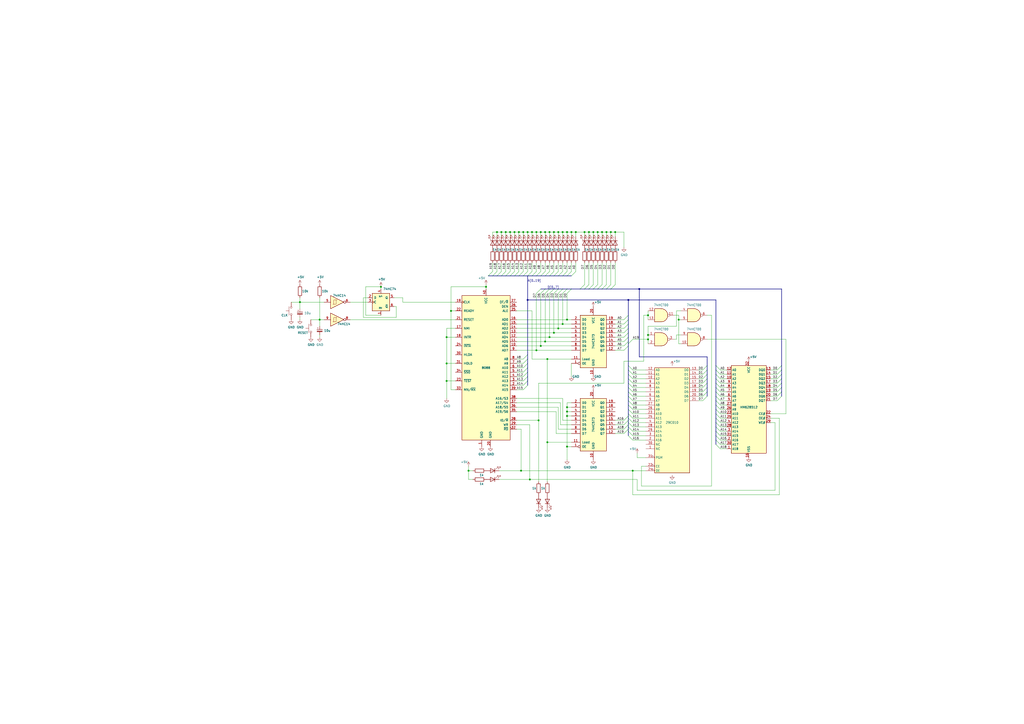
<source format=kicad_sch>
(kicad_sch (version 20211123) (generator eeschema)
  (paper "A2")
  (junction (at 261.62 180.34))
  (junction (at 334.01 134.62))
  (junction (at 344.17 134.62))
  (junction (at 298.45 134.62))
  (junction (at 321.31 193.04))
  (junction (at 326.39 187.96))
  (junction (at 259.08 210.82))
  (junction (at 328.93 241.3))
  (junction (at 393.7 185.42))
  (junction (at 346.71 134.62))
  (junction (at 288.29 134.62))
  (junction (at 375.92 182.88))
  (junction (at 349.25 134.62))
  (junction (at 328.93 134.62))
  (junction (at 326.39 134.62))
  (junction (at 306.07 134.62))
  (junction (at 375.92 196.85))
  (junction (at 328.93 238.76))
  (junction (at 341.63 134.62))
  (junction (at 364.49 173.99))
  (junction (at 311.15 134.62))
  (junction (at 259.08 220.98))
  (junction (at 300.99 134.62))
  (junction (at 312.42 243.84))
  (junction (at 317.5 256.54))
  (junction (at 259.08 195.58))
  (junction (at 303.53 134.62))
  (junction (at 290.83 134.62))
  (junction (at 308.61 134.62))
  (junction (at 323.85 190.5))
  (junction (at 281.94 166.37))
  (junction (at 311.15 203.2))
  (junction (at 302.26 273.05))
  (junction (at 321.31 134.62))
  (junction (at 367.03 273.05))
  (junction (at 351.79 134.62))
  (junction (at 306.07 173.99))
  (junction (at 316.23 198.12))
  (junction (at 318.77 134.62))
  (junction (at 328.93 236.22))
  (junction (at 295.91 134.62))
  (junction (at 318.77 195.58))
  (junction (at 316.23 134.62))
  (junction (at 328.93 185.42))
  (junction (at 185.42 185.42))
  (junction (at 317.5 208.28))
  (junction (at 293.37 134.62))
  (junction (at 271.78 273.05))
  (junction (at 375.92 194.31))
  (junction (at 331.47 134.62))
  (junction (at 313.69 200.66))
  (junction (at 328.93 259.08))
  (junction (at 356.87 134.62))
  (junction (at 313.69 134.62))
  (junction (at 370.84 167.64))
  (junction (at 220.98 166.37))
  (junction (at 354.33 134.62))
  (junction (at 173.99 175.26))
  (junction (at 339.09 134.62))
  (junction (at 307.34 278.13))
  (junction (at 323.85 134.62))
  (bus_entry (at 349.25 167.64) (size 2.54 -2.54))
  (bus_entry (at 346.71 167.64) (size 2.54 -2.54))
  (bus_entry (at 364.49 240.03) (size 2.54 2.54))
  (bus_entry (at 415.29 219.71) (size 2.54 2.54))
  (bus_entry (at 303.53 220.98) (size 2.54 -2.54))
  (bus_entry (at 339.09 167.64) (size 2.54 -2.54))
  (bus_entry (at 303.53 215.9) (size 2.54 -2.54))
  (bus_entry (at 361.95 193.04) (size 2.54 -2.54))
  (bus_entry (at 415.29 217.17) (size 2.54 2.54))
  (bus_entry (at 303.53 208.28) (size 2.54 -2.54))
  (bus_entry (at 285.75 160.02) (size 2.54 -2.54))
  (bus_entry (at 313.69 170.18) (size 2.54 -2.54))
  (bus_entry (at 331.47 160.02) (size 2.54 -2.54))
  (bus_entry (at 364.49 232.41) (size 2.54 2.54))
  (bus_entry (at 351.79 167.64) (size 2.54 -2.54))
  (bus_entry (at 407.67 217.17) (size 2.54 -2.54))
  (bus_entry (at 450.85 222.25) (size 2.54 -2.54))
  (bus_entry (at 364.49 247.65) (size 2.54 2.54))
  (bus_entry (at 415.29 227.33) (size 2.54 2.54))
  (bus_entry (at 295.91 160.02) (size 2.54 -2.54))
  (bus_entry (at 303.53 160.02) (size 2.54 -2.54))
  (bus_entry (at 407.67 222.25) (size 2.54 -2.54))
  (bus_entry (at 364.49 212.09) (size 2.54 2.54))
  (bus_entry (at 311.15 160.02) (size 2.54 -2.54))
  (bus_entry (at 336.55 167.64) (size 2.54 -2.54))
  (bus_entry (at 364.49 214.63) (size 2.54 2.54))
  (bus_entry (at 415.29 229.87) (size 2.54 2.54))
  (bus_entry (at 313.69 160.02) (size 2.54 -2.54))
  (bus_entry (at 328.93 160.02) (size 2.54 -2.54))
  (bus_entry (at 303.53 210.82) (size 2.54 -2.54))
  (bus_entry (at 407.67 229.87) (size 2.54 -2.54))
  (bus_entry (at 364.49 237.49) (size 2.54 2.54))
  (bus_entry (at 415.29 212.09) (size 2.54 2.54))
  (bus_entry (at 364.49 242.57) (size 2.54 2.54))
  (bus_entry (at 303.53 226.06) (size 2.54 -2.54))
  (bus_entry (at 415.29 240.03) (size 2.54 2.54))
  (bus_entry (at 415.29 247.65) (size 2.54 2.54))
  (bus_entry (at 415.29 222.25) (size 2.54 2.54))
  (bus_entry (at 321.31 160.02) (size 2.54 -2.54))
  (bus_entry (at 361.95 203.2) (size 2.54 -2.54))
  (bus_entry (at 361.95 243.84) (size 2.54 -2.54))
  (bus_entry (at 361.95 187.96) (size 2.54 -2.54))
  (bus_entry (at 316.23 170.18) (size 2.54 -2.54))
  (bus_entry (at 308.61 160.02) (size 2.54 -2.54))
  (bus_entry (at 293.37 160.02) (size 2.54 -2.54))
  (bus_entry (at 361.95 195.58) (size 2.54 -2.54))
  (bus_entry (at 318.77 160.02) (size 2.54 -2.54))
  (bus_entry (at 321.31 170.18) (size 2.54 -2.54))
  (bus_entry (at 303.53 223.52) (size 2.54 -2.54))
  (bus_entry (at 450.85 232.41) (size 2.54 -2.54))
  (bus_entry (at 450.85 227.33) (size 2.54 -2.54))
  (bus_entry (at 450.85 229.87) (size 2.54 -2.54))
  (bus_entry (at 450.85 219.71) (size 2.54 -2.54))
  (bus_entry (at 364.49 222.25) (size 2.54 2.54))
  (bus_entry (at 361.95 251.46) (size 2.54 -2.54))
  (bus_entry (at 288.29 160.02) (size 2.54 -2.54))
  (bus_entry (at 361.95 248.92) (size 2.54 -2.54))
  (bus_entry (at 303.53 218.44) (size 2.54 -2.54))
  (bus_entry (at 415.29 250.19) (size 2.54 2.54))
  (bus_entry (at 364.49 234.95) (size 2.54 2.54))
  (bus_entry (at 361.95 198.12) (size 2.54 -2.54))
  (bus_entry (at 290.83 160.02) (size 2.54 -2.54))
  (bus_entry (at 316.23 160.02) (size 2.54 -2.54))
  (bus_entry (at 415.29 245.11) (size 2.54 2.54))
  (bus_entry (at 283.21 160.02) (size 2.54 -2.54))
  (bus_entry (at 450.85 217.17) (size 2.54 -2.54))
  (bus_entry (at 364.49 199.39) (size 2.54 -2.54))
  (bus_entry (at 415.29 232.41) (size 2.54 2.54))
  (bus_entry (at 318.77 170.18) (size 2.54 -2.54))
  (bus_entry (at 354.33 167.64) (size 2.54 -2.54))
  (bus_entry (at 364.49 252.73) (size 2.54 2.54))
  (bus_entry (at 328.93 170.18) (size 2.54 -2.54))
  (bus_entry (at 450.85 214.63) (size 2.54 -2.54))
  (bus_entry (at 344.17 167.64) (size 2.54 -2.54))
  (bus_entry (at 364.49 219.71) (size 2.54 2.54))
  (bus_entry (at 364.49 250.19) (size 2.54 2.54))
  (bus_entry (at 407.67 224.79) (size 2.54 -2.54))
  (bus_entry (at 407.67 219.71) (size 2.54 -2.54))
  (bus_entry (at 323.85 170.18) (size 2.54 -2.54))
  (bus_entry (at 323.85 160.02) (size 2.54 -2.54))
  (bus_entry (at 341.63 167.64) (size 2.54 -2.54))
  (bus_entry (at 306.07 160.02) (size 2.54 -2.54))
  (bus_entry (at 303.53 213.36) (size 2.54 -2.54))
  (bus_entry (at 298.45 160.02) (size 2.54 -2.54))
  (bus_entry (at 326.39 160.02) (size 2.54 -2.54))
  (bus_entry (at 364.49 245.11) (size 2.54 2.54))
  (bus_entry (at 407.67 214.63) (size 2.54 -2.54))
  (bus_entry (at 407.67 232.41) (size 2.54 -2.54))
  (bus_entry (at 415.29 234.95) (size 2.54 2.54))
  (bus_entry (at 415.29 242.57) (size 2.54 2.54))
  (bus_entry (at 361.95 246.38) (size 2.54 -2.54))
  (bus_entry (at 407.67 227.33) (size 2.54 -2.54))
  (bus_entry (at 450.85 224.79) (size 2.54 -2.54))
  (bus_entry (at 415.29 214.63) (size 2.54 2.54))
  (bus_entry (at 311.15 170.18) (size 2.54 -2.54))
  (bus_entry (at 364.49 217.17) (size 2.54 2.54))
  (bus_entry (at 415.29 255.27) (size 2.54 2.54))
  (bus_entry (at 361.95 200.66) (size 2.54 -2.54))
  (bus_entry (at 364.49 224.79) (size 2.54 2.54))
  (bus_entry (at 415.29 237.49) (size 2.54 2.54))
  (bus_entry (at 300.99 160.02) (size 2.54 -2.54))
  (bus_entry (at 361.95 190.5) (size 2.54 -2.54))
  (bus_entry (at 326.39 170.18) (size 2.54 -2.54))
  (bus_entry (at 361.95 185.42) (size 2.54 -2.54))
  (bus_entry (at 415.29 252.73) (size 2.54 2.54))
  (bus_entry (at 364.49 229.87) (size 2.54 2.54))
  (bus_entry (at 415.29 257.81) (size 2.54 2.54))
  (bus_entry (at 364.49 227.33) (size 2.54 2.54))
  (bus_entry (at 415.29 224.79) (size 2.54 2.54))
  (bus (pts (xy 415.29 247.65) (xy 415.29 250.19)))
  (wire (pts (xy 367.03 214.63) (xy 374.65 214.63)))
  (wire (pts (xy 356.87 198.12) (xy 361.95 198.12)))
  (wire (pts (xy 313.69 157.48) (xy 313.69 152.4)))
  (wire (pts (xy 449.58 245.11) (xy 447.04 245.11)))
  (wire (pts (xy 405.13 217.17) (xy 407.67 217.17)))
  (wire (pts (xy 313.69 137.16) (xy 313.69 134.62)))
  (bus (pts (xy 364.49 193.04) (xy 364.49 195.58)))
  (wire (pts (xy 328.93 170.18) (xy 328.93 185.42)))
  (wire (pts (xy 323.85 134.62) (xy 326.39 134.62)))
  (bus (pts (xy 326.39 167.64) (xy 328.93 167.64)))
  (bus (pts (xy 410.21 212.09) (xy 410.21 214.63)))
  (wire (pts (xy 392.43 194.31) (xy 392.43 196.85)))
  (wire (pts (xy 318.77 152.4) (xy 318.77 157.48)))
  (wire (pts (xy 367.03 196.85) (xy 375.92 196.85)))
  (wire (pts (xy 367.03 234.95) (xy 374.65 234.95)))
  (wire (pts (xy 326.39 187.96) (xy 331.47 187.96)))
  (wire (pts (xy 299.72 246.38) (xy 307.34 246.38)))
  (wire (pts (xy 264.16 220.98) (xy 259.08 220.98)))
  (wire (pts (xy 331.47 198.12) (xy 316.23 198.12)))
  (wire (pts (xy 288.29 134.62) (xy 290.83 134.62)))
  (bus (pts (xy 306.07 173.99) (xy 306.07 205.74)))
  (wire (pts (xy 311.15 137.16) (xy 311.15 134.62)))
  (bus (pts (xy 364.49 243.84) (xy 364.49 245.11)))
  (bus (pts (xy 285.75 160.02) (xy 288.29 160.02)))
  (wire (pts (xy 447.04 229.87) (xy 450.85 229.87)))
  (bus (pts (xy 288.29 160.02) (xy 290.83 160.02)))
  (wire (pts (xy 185.42 194.31) (xy 185.42 195.58)))
  (wire (pts (xy 317.5 208.28) (xy 331.47 208.28)))
  (wire (pts (xy 369.57 284.48) (xy 449.58 284.48)))
  (bus (pts (xy 313.69 160.02) (xy 316.23 160.02)))
  (wire (pts (xy 405.13 232.41) (xy 407.67 232.41)))
  (wire (pts (xy 455.93 196.85) (xy 455.93 240.03)))
  (wire (pts (xy 233.68 172.72) (xy 228.6 172.72)))
  (bus (pts (xy 453.39 222.25) (xy 453.39 224.79)))
  (wire (pts (xy 361.95 190.5) (xy 356.87 190.5)))
  (wire (pts (xy 187.96 175.26) (xy 173.99 175.26)))
  (wire (pts (xy 394.97 185.42) (xy 393.7 185.42)))
  (wire (pts (xy 317.5 256.54) (xy 331.47 256.54)))
  (wire (pts (xy 281.94 166.37) (xy 281.94 167.64)))
  (wire (pts (xy 375.92 180.34) (xy 375.92 182.88)))
  (wire (pts (xy 361.95 222.25) (xy 361.95 209.55)))
  (bus (pts (xy 313.69 167.64) (xy 316.23 167.64)))
  (wire (pts (xy 323.85 137.16) (xy 323.85 134.62)))
  (bus (pts (xy 283.21 160.02) (xy 285.75 160.02)))
  (wire (pts (xy 203.2 175.26) (xy 213.36 175.26)))
  (bus (pts (xy 364.49 190.5) (xy 364.49 193.04)))
  (wire (pts (xy 393.7 199.39) (xy 394.97 199.39)))
  (wire (pts (xy 317.5 256.54) (xy 317.5 279.4)))
  (wire (pts (xy 367.03 224.79) (xy 374.65 224.79)))
  (bus (pts (xy 415.29 173.99) (xy 415.29 212.09)))
  (wire (pts (xy 173.99 184.15) (xy 173.99 185.42)))
  (wire (pts (xy 321.31 193.04) (xy 331.47 193.04)))
  (wire (pts (xy 331.47 233.68) (xy 328.93 233.68)))
  (wire (pts (xy 316.23 157.48) (xy 316.23 152.4)))
  (bus (pts (xy 298.45 160.02) (xy 300.99 160.02)))
  (wire (pts (xy 354.33 134.62) (xy 356.87 134.62)))
  (wire (pts (xy 323.85 236.22) (xy 323.85 248.92)))
  (wire (pts (xy 356.87 187.96) (xy 361.95 187.96)))
  (bus (pts (xy 415.29 240.03) (xy 415.29 242.57)))
  (wire (pts (xy 210.82 184.15) (xy 229.87 184.15)))
  (wire (pts (xy 316.23 198.12) (xy 299.72 198.12)))
  (bus (pts (xy 364.49 217.17) (xy 364.49 219.71)))
  (bus (pts (xy 410.21 219.71) (xy 410.21 222.25)))
  (wire (pts (xy 285.75 157.48) (xy 285.75 152.4)))
  (wire (pts (xy 318.77 137.16) (xy 318.77 134.62)))
  (bus (pts (xy 344.17 167.64) (xy 346.71 167.64)))
  (bus (pts (xy 364.49 224.79) (xy 364.49 227.33)))
  (wire (pts (xy 303.53 210.82) (xy 299.72 210.82)))
  (wire (pts (xy 361.95 185.42) (xy 356.87 185.42)))
  (bus (pts (xy 415.29 234.95) (xy 415.29 237.49)))
  (wire (pts (xy 212.09 166.37) (xy 220.98 166.37)))
  (wire (pts (xy 328.93 238.76) (xy 331.47 238.76)))
  (wire (pts (xy 299.72 248.92) (xy 302.26 248.92)))
  (bus (pts (xy 316.23 160.02) (xy 318.77 160.02)))
  (wire (pts (xy 375.92 182.88) (xy 375.92 185.42)))
  (bus (pts (xy 415.29 252.73) (xy 415.29 255.27)))
  (bus (pts (xy 415.29 245.11) (xy 415.29 247.65)))
  (wire (pts (xy 339.09 134.62) (xy 334.01 134.62)))
  (bus (pts (xy 303.53 160.02) (xy 306.07 160.02)))
  (bus (pts (xy 328.93 167.64) (xy 331.47 167.64)))
  (bus (pts (xy 410.21 217.17) (xy 410.21 219.71)))
  (wire (pts (xy 356.87 165.1) (xy 356.87 152.4)))
  (wire (pts (xy 417.83 257.81) (xy 421.64 257.81)))
  (bus (pts (xy 364.49 195.58) (xy 364.49 198.12)))
  (wire (pts (xy 173.99 175.26) (xy 173.99 179.07)))
  (bus (pts (xy 364.49 173.99) (xy 415.29 173.99)))
  (wire (pts (xy 361.95 209.55) (xy 373.38 209.55)))
  (wire (pts (xy 339.09 134.62) (xy 341.63 134.62)))
  (bus (pts (xy 326.39 160.02) (xy 328.93 160.02)))
  (wire (pts (xy 341.63 152.4) (xy 341.63 165.1)))
  (bus (pts (xy 306.07 173.99) (xy 364.49 173.99)))
  (wire (pts (xy 331.47 185.42) (xy 328.93 185.42)))
  (wire (pts (xy 367.03 273.05) (xy 374.65 273.05)))
  (wire (pts (xy 417.83 245.11) (xy 421.64 245.11)))
  (wire (pts (xy 285.75 134.62) (xy 288.29 134.62)))
  (wire (pts (xy 308.61 180.34) (xy 308.61 208.28)))
  (wire (pts (xy 187.96 185.42) (xy 185.42 185.42)))
  (bus (pts (xy 364.49 250.19) (xy 364.49 252.73)))
  (wire (pts (xy 344.17 137.16) (xy 344.17 134.62)))
  (wire (pts (xy 367.03 252.73) (xy 374.65 252.73)))
  (wire (pts (xy 288.29 152.4) (xy 288.29 157.48)))
  (wire (pts (xy 356.87 203.2) (xy 361.95 203.2)))
  (wire (pts (xy 356.87 193.04) (xy 361.95 193.04)))
  (bus (pts (xy 336.55 167.64) (xy 339.09 167.64)))
  (wire (pts (xy 449.58 284.48) (xy 449.58 245.11)))
  (wire (pts (xy 307.34 278.13) (xy 369.57 278.13)))
  (wire (pts (xy 417.83 242.57) (xy 421.64 242.57)))
  (bus (pts (xy 290.83 160.02) (xy 293.37 160.02)))
  (bus (pts (xy 306.07 205.74) (xy 306.07 208.28)))
  (wire (pts (xy 412.75 281.94) (xy 412.75 182.88)))
  (wire (pts (xy 392.43 180.34) (xy 392.43 189.23)))
  (bus (pts (xy 364.49 241.3) (xy 364.49 242.57)))
  (bus (pts (xy 415.29 237.49) (xy 415.29 240.03)))
  (bus (pts (xy 339.09 167.64) (xy 341.63 167.64)))
  (wire (pts (xy 351.79 152.4) (xy 351.79 165.1)))
  (wire (pts (xy 393.7 185.42) (xy 393.7 182.88)))
  (wire (pts (xy 326.39 170.18) (xy 326.39 187.96)))
  (wire (pts (xy 349.25 152.4) (xy 349.25 165.1)))
  (wire (pts (xy 367.03 219.71) (xy 374.65 219.71)))
  (wire (pts (xy 321.31 134.62) (xy 323.85 134.62)))
  (wire (pts (xy 303.53 157.48) (xy 303.53 152.4)))
  (wire (pts (xy 328.93 236.22) (xy 331.47 236.22)))
  (bus (pts (xy 364.49 234.95) (xy 364.49 237.49)))
  (wire (pts (xy 417.83 217.17) (xy 421.64 217.17)))
  (wire (pts (xy 447.04 222.25) (xy 450.85 222.25)))
  (bus (pts (xy 306.07 215.9) (xy 306.07 218.44)))
  (bus (pts (xy 293.37 160.02) (xy 295.91 160.02)))
  (wire (pts (xy 281.94 165.1) (xy 281.94 166.37)))
  (wire (pts (xy 326.39 231.14) (xy 326.39 243.84)))
  (wire (pts (xy 299.72 203.2) (xy 311.15 203.2)))
  (bus (pts (xy 311.15 160.02) (xy 313.69 160.02)))
  (wire (pts (xy 318.77 170.18) (xy 318.77 195.58)))
  (wire (pts (xy 410.21 196.85) (xy 455.93 196.85)))
  (bus (pts (xy 351.79 167.64) (xy 354.33 167.64)))
  (bus (pts (xy 321.31 167.64) (xy 323.85 167.64)))
  (wire (pts (xy 261.62 226.06) (xy 261.62 180.34)))
  (bus (pts (xy 415.29 229.87) (xy 415.29 232.41)))
  (bus (pts (xy 364.49 200.66) (xy 364.49 212.09)))
  (bus (pts (xy 370.84 167.64) (xy 370.84 207.01)))
  (wire (pts (xy 322.58 251.46) (xy 331.47 251.46)))
  (wire (pts (xy 405.13 222.25) (xy 407.67 222.25)))
  (wire (pts (xy 447.04 219.71) (xy 450.85 219.71)))
  (wire (pts (xy 312.42 243.84) (xy 312.42 222.25)))
  (wire (pts (xy 289.56 273.05) (xy 302.26 273.05)))
  (wire (pts (xy 452.12 242.57) (xy 452.12 287.02)))
  (wire (pts (xy 447.04 242.57) (xy 452.12 242.57)))
  (wire (pts (xy 220.98 182.88) (xy 212.09 182.88)))
  (wire (pts (xy 369.57 262.89) (xy 369.57 265.43)))
  (wire (pts (xy 185.42 172.72) (xy 185.42 185.42)))
  (wire (pts (xy 351.79 137.16) (xy 351.79 134.62)))
  (wire (pts (xy 212.09 182.88) (xy 212.09 166.37)))
  (wire (pts (xy 293.37 134.62) (xy 295.91 134.62)))
  (bus (pts (xy 415.29 212.09) (xy 415.29 214.63)))
  (bus (pts (xy 410.21 227.33) (xy 410.21 229.87)))
  (wire (pts (xy 299.72 218.44) (xy 303.53 218.44)))
  (wire (pts (xy 261.62 166.37) (xy 261.62 180.34)))
  (wire (pts (xy 356.87 248.92) (xy 361.95 248.92)))
  (bus (pts (xy 453.39 212.09) (xy 453.39 214.63)))
  (bus (pts (xy 410.21 224.79) (xy 410.21 227.33)))
  (wire (pts (xy 417.83 222.25) (xy 421.64 222.25)))
  (wire (pts (xy 373.38 209.55) (xy 373.38 182.88)))
  (bus (pts (xy 453.39 167.64) (xy 370.84 167.64)))
  (bus (pts (xy 415.29 224.79) (xy 415.29 227.33)))
  (bus (pts (xy 323.85 160.02) (xy 326.39 160.02)))
  (bus (pts (xy 331.47 167.64) (xy 336.55 167.64)))
  (wire (pts (xy 372.11 281.94) (xy 412.75 281.94)))
  (wire (pts (xy 334.01 157.48) (xy 334.01 152.4)))
  (wire (pts (xy 334.01 137.16) (xy 334.01 134.62)))
  (wire (pts (xy 299.72 200.66) (xy 313.69 200.66)))
  (bus (pts (xy 364.49 182.88) (xy 364.49 185.42)))
  (wire (pts (xy 220.98 166.37) (xy 220.98 167.64)))
  (wire (pts (xy 271.78 273.05) (xy 274.32 273.05)))
  (wire (pts (xy 293.37 137.16) (xy 293.37 134.62)))
  (wire (pts (xy 328.93 241.3) (xy 328.93 259.08)))
  (wire (pts (xy 264.16 175.26) (xy 233.68 175.26)))
  (wire (pts (xy 367.03 237.49) (xy 374.65 237.49)))
  (wire (pts (xy 328.93 238.76) (xy 328.93 241.3)))
  (wire (pts (xy 349.25 137.16) (xy 349.25 134.62)))
  (wire (pts (xy 361.95 200.66) (xy 356.87 200.66)))
  (wire (pts (xy 295.91 137.16) (xy 295.91 134.62)))
  (wire (pts (xy 303.53 215.9) (xy 299.72 215.9)))
  (wire (pts (xy 349.25 134.62) (xy 351.79 134.62)))
  (wire (pts (xy 417.83 252.73) (xy 421.64 252.73)))
  (wire (pts (xy 312.42 243.84) (xy 312.42 279.4)))
  (wire (pts (xy 316.23 170.18) (xy 316.23 198.12)))
  (wire (pts (xy 326.39 243.84) (xy 331.47 243.84)))
  (wire (pts (xy 325.12 246.38) (xy 331.47 246.38)))
  (bus (pts (xy 364.49 246.38) (xy 364.49 247.65)))
  (bus (pts (xy 415.29 214.63) (xy 415.29 217.17)))
  (wire (pts (xy 259.08 195.58) (xy 259.08 210.82)))
  (bus (pts (xy 453.39 217.17) (xy 453.39 219.71)))
  (wire (pts (xy 447.04 224.79) (xy 450.85 224.79)))
  (bus (pts (xy 453.39 212.09) (xy 453.39 167.64)))
  (wire (pts (xy 326.39 137.16) (xy 326.39 134.62)))
  (wire (pts (xy 417.83 229.87) (xy 421.64 229.87)))
  (bus (pts (xy 364.49 248.92) (xy 364.49 250.19)))
  (wire (pts (xy 295.91 134.62) (xy 298.45 134.62)))
  (wire (pts (xy 331.47 210.82) (xy 331.47 218.44)))
  (wire (pts (xy 300.99 137.16) (xy 300.99 134.62)))
  (wire (pts (xy 312.42 222.25) (xy 361.95 222.25)))
  (wire (pts (xy 210.82 172.72) (xy 210.82 184.15)))
  (bus (pts (xy 306.07 218.44) (xy 306.07 220.98)))
  (wire (pts (xy 393.7 185.42) (xy 393.7 199.39)))
  (wire (pts (xy 313.69 134.62) (xy 316.23 134.62)))
  (wire (pts (xy 447.04 232.41) (xy 450.85 232.41)))
  (wire (pts (xy 392.43 196.85) (xy 391.16 196.85)))
  (wire (pts (xy 295.91 157.48) (xy 295.91 152.4)))
  (wire (pts (xy 173.99 172.72) (xy 173.99 175.26)))
  (wire (pts (xy 299.72 223.52) (xy 303.53 223.52)))
  (bus (pts (xy 306.07 210.82) (xy 306.07 213.36)))
  (wire (pts (xy 447.04 217.17) (xy 450.85 217.17)))
  (wire (pts (xy 323.85 248.92) (xy 331.47 248.92)))
  (wire (pts (xy 173.99 175.26) (xy 168.91 175.26)))
  (wire (pts (xy 367.03 240.03) (xy 374.65 240.03)))
  (wire (pts (xy 308.61 157.48) (xy 308.61 152.4)))
  (wire (pts (xy 302.26 248.92) (xy 302.26 273.05)))
  (wire (pts (xy 323.85 157.48) (xy 323.85 152.4)))
  (wire (pts (xy 316.23 134.62) (xy 318.77 134.62)))
  (wire (pts (xy 210.82 172.72) (xy 213.36 172.72)))
  (wire (pts (xy 412.75 182.88) (xy 410.21 182.88)))
  (wire (pts (xy 322.58 238.76) (xy 322.58 251.46)))
  (wire (pts (xy 293.37 157.48) (xy 293.37 152.4)))
  (wire (pts (xy 417.83 237.49) (xy 421.64 237.49)))
  (wire (pts (xy 354.33 137.16) (xy 354.33 134.62)))
  (wire (pts (xy 313.69 200.66) (xy 331.47 200.66)))
  (wire (pts (xy 299.72 195.58) (xy 318.77 195.58)))
  (wire (pts (xy 290.83 134.62) (xy 293.37 134.62)))
  (wire (pts (xy 375.92 189.23) (xy 375.92 194.31)))
  (wire (pts (xy 299.72 187.96) (xy 326.39 187.96)))
  (wire (pts (xy 290.83 152.4) (xy 290.83 157.48)))
  (wire (pts (xy 394.97 194.31) (xy 392.43 194.31)))
  (wire (pts (xy 308.61 134.62) (xy 311.15 134.62)))
  (wire (pts (xy 328.93 137.16) (xy 328.93 134.62)))
  (wire (pts (xy 259.08 220.98) (xy 259.08 231.14)))
  (bus (pts (xy 453.39 219.71) (xy 453.39 222.25)))
  (bus (pts (xy 300.99 160.02) (xy 303.53 160.02)))
  (wire (pts (xy 354.33 152.4) (xy 354.33 165.1)))
  (wire (pts (xy 288.29 137.16) (xy 288.29 134.62)))
  (wire (pts (xy 447.04 227.33) (xy 450.85 227.33)))
  (wire (pts (xy 417.83 234.95) (xy 421.64 234.95)))
  (bus (pts (xy 453.39 227.33) (xy 453.39 229.87)))
  (bus (pts (xy 306.07 160.02) (xy 306.07 173.99)))
  (wire (pts (xy 367.03 255.27) (xy 374.65 255.27)))
  (wire (pts (xy 185.42 185.42) (xy 185.42 189.23)))
  (wire (pts (xy 300.99 134.62) (xy 303.53 134.62)))
  (wire (pts (xy 229.87 177.8) (xy 228.6 177.8)))
  (wire (pts (xy 367.03 287.02) (xy 452.12 287.02)))
  (wire (pts (xy 328.93 157.48) (xy 328.93 152.4)))
  (wire (pts (xy 367.03 229.87) (xy 374.65 229.87)))
  (wire (pts (xy 417.83 227.33) (xy 421.64 227.33)))
  (bus (pts (xy 308.61 160.02) (xy 311.15 160.02)))
  (wire (pts (xy 299.72 236.22) (xy 323.85 236.22)))
  (wire (pts (xy 311.15 152.4) (xy 311.15 157.48)))
  (wire (pts (xy 369.57 278.13) (xy 369.57 284.48)))
  (wire (pts (xy 367.03 250.19) (xy 374.65 250.19)))
  (wire (pts (xy 303.53 226.06) (xy 299.72 226.06)))
  (bus (pts (xy 321.31 160.02) (xy 323.85 160.02)))
  (wire (pts (xy 264.16 226.06) (xy 261.62 226.06)))
  (wire (pts (xy 299.72 208.28) (xy 303.53 208.28)))
  (wire (pts (xy 321.31 152.4) (xy 321.31 157.48)))
  (wire (pts (xy 311.15 203.2) (xy 331.47 203.2)))
  (wire (pts (xy 339.09 134.62) (xy 339.09 137.16)))
  (wire (pts (xy 367.03 232.41) (xy 374.65 232.41)))
  (wire (pts (xy 316.23 137.16) (xy 316.23 134.62)))
  (wire (pts (xy 405.13 214.63) (xy 407.67 214.63)))
  (bus (pts (xy 306.07 220.98) (xy 306.07 223.52)))
  (wire (pts (xy 328.93 236.22) (xy 328.93 238.76)))
  (bus (pts (xy 370.84 207.01) (xy 410.21 207.01)))
  (wire (pts (xy 328.93 259.08) (xy 328.93 266.7)))
  (wire (pts (xy 405.13 227.33) (xy 407.67 227.33)))
  (bus (pts (xy 410.21 207.01) (xy 410.21 212.09)))
  (bus (pts (xy 349.25 167.64) (xy 351.79 167.64)))
  (bus (pts (xy 410.21 214.63) (xy 410.21 217.17)))
  (bus (pts (xy 364.49 240.03) (xy 364.49 241.3)))
  (wire (pts (xy 328.93 241.3) (xy 331.47 241.3)))
  (bus (pts (xy 415.29 255.27) (xy 415.29 257.81)))
  (wire (pts (xy 264.16 210.82) (xy 259.08 210.82)))
  (bus (pts (xy 316.23 167.64) (xy 318.77 167.64)))
  (bus (pts (xy 364.49 242.57) (xy 364.49 243.84)))
  (wire (pts (xy 328.93 233.68) (xy 328.93 236.22)))
  (wire (pts (xy 317.5 208.28) (xy 317.5 256.54)))
  (wire (pts (xy 417.83 224.79) (xy 421.64 224.79)))
  (wire (pts (xy 331.47 259.08) (xy 328.93 259.08)))
  (wire (pts (xy 264.16 195.58) (xy 259.08 195.58)))
  (wire (pts (xy 299.72 233.68) (xy 325.12 233.68)))
  (wire (pts (xy 321.31 137.16) (xy 321.31 134.62)))
  (wire (pts (xy 417.83 260.35) (xy 421.64 260.35)))
  (wire (pts (xy 369.57 265.43) (xy 374.65 265.43)))
  (bus (pts (xy 318.77 160.02) (xy 321.31 160.02)))
  (wire (pts (xy 328.93 185.42) (xy 299.72 185.42)))
  (bus (pts (xy 323.85 167.64) (xy 326.39 167.64)))
  (wire (pts (xy 367.03 222.25) (xy 374.65 222.25)))
  (bus (pts (xy 364.49 173.99) (xy 364.49 182.88)))
  (bus (pts (xy 364.49 227.33) (xy 364.49 229.87)))
  (wire (pts (xy 417.83 232.41) (xy 421.64 232.41)))
  (bus (pts (xy 364.49 198.12) (xy 364.49 199.39)))
  (wire (pts (xy 203.2 185.42) (xy 264.16 185.42)))
  (bus (pts (xy 364.49 245.11) (xy 364.49 246.38)))
  (wire (pts (xy 341.63 137.16) (xy 341.63 134.62)))
  (wire (pts (xy 367.03 217.17) (xy 374.65 217.17)))
  (wire (pts (xy 356.87 243.84) (xy 361.95 243.84)))
  (bus (pts (xy 364.49 247.65) (xy 364.49 248.92)))
  (wire (pts (xy 299.72 213.36) (xy 303.53 213.36)))
  (bus (pts (xy 364.49 214.63) (xy 364.49 217.17)))
  (wire (pts (xy 344.17 152.4) (xy 344.17 165.1)))
  (bus (pts (xy 364.49 187.96) (xy 364.49 190.5)))
  (bus (pts (xy 364.49 237.49) (xy 364.49 240.03)))
  (wire (pts (xy 328.93 134.62) (xy 331.47 134.62)))
  (wire (pts (xy 417.83 240.03) (xy 421.64 240.03)))
  (bus (pts (xy 415.29 219.71) (xy 415.29 222.25)))
  (wire (pts (xy 308.61 208.28) (xy 317.5 208.28)))
  (wire (pts (xy 351.79 134.62) (xy 354.33 134.62)))
  (wire (pts (xy 261.62 180.34) (xy 264.16 180.34)))
  (wire (pts (xy 417.83 250.19) (xy 421.64 250.19)))
  (wire (pts (xy 229.87 184.15) (xy 229.87 177.8)))
  (wire (pts (xy 367.03 245.11) (xy 374.65 245.11)))
  (wire (pts (xy 405.13 224.79) (xy 407.67 224.79)))
  (wire (pts (xy 331.47 134.62) (xy 334.01 134.62)))
  (wire (pts (xy 307.34 246.38) (xy 307.34 278.13)))
  (bus (pts (xy 364.49 219.71) (xy 364.49 222.25)))
  (wire (pts (xy 344.17 134.62) (xy 346.71 134.62)))
  (bus (pts (xy 306.07 208.28) (xy 306.07 210.82)))
  (bus (pts (xy 306.07 160.02) (xy 308.61 160.02)))
  (wire (pts (xy 271.78 273.05) (xy 271.78 278.13)))
  (wire (pts (xy 318.77 195.58) (xy 331.47 195.58)))
  (bus (pts (xy 364.49 222.25) (xy 364.49 224.79)))
  (wire (pts (xy 447.04 214.63) (xy 450.85 214.63)))
  (wire (pts (xy 346.71 134.62) (xy 349.25 134.62)))
  (wire (pts (xy 356.87 137.16) (xy 356.87 134.62)))
  (wire (pts (xy 375.92 194.31) (xy 375.92 196.85)))
  (bus (pts (xy 415.29 217.17) (xy 415.29 219.71)))
  (wire (pts (xy 306.07 152.4) (xy 306.07 157.48)))
  (wire (pts (xy 308.61 137.16) (xy 308.61 134.62)))
  (bus (pts (xy 415.29 250.19) (xy 415.29 252.73)))
  (wire (pts (xy 367.03 273.05) (xy 367.03 287.02)))
  (wire (pts (xy 303.53 137.16) (xy 303.53 134.62)))
  (wire (pts (xy 331.47 152.4) (xy 331.47 157.48)))
  (wire (pts (xy 455.93 240.03) (xy 447.04 240.03)))
  (wire (pts (xy 325.12 233.68) (xy 325.12 246.38)))
  (wire (pts (xy 321.31 170.18) (xy 321.31 193.04)))
  (wire (pts (xy 393.7 182.88) (xy 391.16 182.88)))
  (bus (pts (xy 415.29 222.25) (xy 415.29 224.79)))
  (bus (pts (xy 364.49 232.41) (xy 364.49 234.95)))
  (wire (pts (xy 374.65 270.51) (xy 372.11 270.51)))
  (wire (pts (xy 318.77 134.62) (xy 321.31 134.62)))
  (wire (pts (xy 373.38 182.88) (xy 375.92 182.88)))
  (bus (pts (xy 415.29 227.33) (xy 415.29 229.87)))
  (wire (pts (xy 299.72 180.34) (xy 308.61 180.34)))
  (wire (pts (xy 264.16 190.5) (xy 259.08 190.5)))
  (wire (pts (xy 299.72 238.76) (xy 322.58 238.76)))
  (bus (pts (xy 354.33 167.64) (xy 370.84 167.64)))
  (wire (pts (xy 271.78 278.13) (xy 274.32 278.13)))
  (bus (pts (xy 364.49 212.09) (xy 364.49 214.63)))
  (bus (pts (xy 453.39 214.63) (xy 453.39 217.17)))
  (wire (pts (xy 405.13 229.87) (xy 407.67 229.87)))
  (wire (pts (xy 417.83 214.63) (xy 421.64 214.63)))
  (wire (pts (xy 285.75 137.16) (xy 285.75 134.62)))
  (wire (pts (xy 323.85 170.18) (xy 323.85 190.5)))
  (bus (pts (xy 364.49 199.39) (xy 364.49 200.66)))
  (bus (pts (xy 453.39 224.79) (xy 453.39 227.33)))
  (wire (pts (xy 311.15 170.18) (xy 311.15 203.2)))
  (wire (pts (xy 306.07 137.16) (xy 306.07 134.62)))
  (wire (pts (xy 306.07 134.62) (xy 308.61 134.62)))
  (wire (pts (xy 367.03 227.33) (xy 374.65 227.33)))
  (wire (pts (xy 417.83 219.71) (xy 421.64 219.71)))
  (wire (pts (xy 185.42 185.42) (xy 180.34 185.42)))
  (wire (pts (xy 326.39 134.62) (xy 328.93 134.62)))
  (wire (pts (xy 233.68 175.26) (xy 233.68 172.72)))
  (wire (pts (xy 289.56 278.13) (xy 307.34 278.13)))
  (wire (pts (xy 259.08 190.5) (xy 259.08 195.58)))
  (bus (pts (xy 306.07 213.36) (xy 306.07 215.9)))
  (wire (pts (xy 341.63 134.62) (xy 344.17 134.62)))
  (wire (pts (xy 299.72 231.14) (xy 326.39 231.14)))
  (wire (pts (xy 361.95 251.46) (xy 356.87 251.46)))
  (wire (pts (xy 298.45 137.16) (xy 298.45 134.62)))
  (wire (pts (xy 311.15 134.62) (xy 313.69 134.62)))
  (wire (pts (xy 323.85 190.5) (xy 299.72 190.5)))
  (wire (pts (xy 302.26 273.05) (xy 367.03 273.05)))
  (wire (pts (xy 271.78 270.51) (xy 271.78 273.05)))
  (wire (pts (xy 375.92 196.85) (xy 375.92 199.39)))
  (wire (pts (xy 299.72 243.84) (xy 312.42 243.84)))
  (wire (pts (xy 394.97 180.34) (xy 392.43 180.34)))
  (wire (pts (xy 300.99 152.4) (xy 300.99 157.48)))
  (wire (pts (xy 346.71 137.16) (xy 346.71 134.62)))
  (wire (pts (xy 326.39 152.4) (xy 326.39 157.48)))
  (bus (pts (xy 364.49 229.87) (xy 364.49 232.41)))
  (wire (pts (xy 281.94 166.37) (xy 261.62 166.37)))
  (wire (pts (xy 303.53 220.98) (xy 299.72 220.98)))
  (wire (pts (xy 405.13 219.71) (xy 407.67 219.71)))
  (bus (pts (xy 364.49 185.42) (xy 364.49 187.96)))
  (wire (pts (xy 339.09 152.4) (xy 339.09 165.1)))
  (wire (pts (xy 367.03 242.57) (xy 374.65 242.57)))
  (wire (pts (xy 331.47 190.5) (xy 323.85 190.5)))
  (wire (pts (xy 298.45 152.4) (xy 298.45 157.48)))
  (bus (pts (xy 346.71 167.64) (xy 349.25 167.64)))
  (wire (pts (xy 367.03 247.65) (xy 374.65 247.65)))
  (wire (pts (xy 298.45 134.62) (xy 300.99 134.62)))
  (wire (pts (xy 259.08 210.82) (xy 259.08 220.98)))
  (wire (pts (xy 303.53 134.62) (xy 306.07 134.62)))
  (wire (pts (xy 372.11 270.51) (xy 372.11 281.94)))
  (bus (pts (xy 410.21 222.25) (xy 410.21 224.79)))
  (bus (pts (xy 415.29 242.57) (xy 415.29 245.11)))
  (wire (pts (xy 290.83 137.16) (xy 290.83 134.62)))
  (wire (pts (xy 346.71 152.4) (xy 346.71 165.1)))
  (wire (pts (xy 299.72 193.04) (xy 321.31 193.04)))
  (bus (pts (xy 415.29 232.41) (xy 415.29 234.95)))
  (bus (pts (xy 318.77 167.64) (xy 321.31 167.64)))
  (wire (pts (xy 361.95 134.62) (xy 361.95 143.51)))
  (wire (pts (xy 361.95 246.38) (xy 356.87 246.38)))
  (wire (pts (xy 417.83 247.65) (xy 421.64 247.65)))
  (wire (pts (xy 356.87 134.62) (xy 361.95 134.62)))
  (bus (pts (xy 328.93 160.02) (xy 331.47 160.02)))
  (wire (pts (xy 392.43 189.23) (xy 375.92 189.23)))
  (wire (pts (xy 361.95 195.58) (xy 356.87 195.58)))
  (bus (pts (xy 341.63 167.64) (xy 344.17 167.64)))
  (wire (pts (xy 331.47 137.16) (xy 331.47 134.62)))
  (wire (pts (xy 313.69 170.18) (xy 313.69 200.66)))
  (bus (pts (xy 295.91 160.02) (xy 298.45 160.02)))
  (wire (pts (xy 417.83 255.27) (xy 421.64 255.27)))
  (label "D7" (at 311.15 172.72 90))
  (label "D2" (at 405.13 219.71 0))
  (label "A10" (at 308.61 156.21 90))
  (label "D5" (at 344.17 156.21 90))
  (label "A7" (at 367.03 232.41 0))
  (label "D6" (at 313.69 172.72 90))
  (label "D0" (at 405.13 214.63 0))
  (label "D6" (at 405.13 229.87 0))
  (label "A2" (at 328.93 156.21 90))
  (label "D4" (at 448.31 224.79 0))
  (label "A7" (at 316.23 156.21 90))
  (label "A15" (at 367.03 252.73 0))
  (label "A2" (at 358.14 190.5 0))
  (label "D[0..7]" (at 317.5 167.64 0))
  (label "A16" (at 367.03 255.27 0))
  (label "A12" (at 417.83 245.11 0))
  (label "A15" (at 299.72 226.06 0))
  (label "A18" (at 417.83 260.35 0))
  (label "A9" (at 299.72 210.82 0))
  (label "D5" (at 448.31 227.33 0))
  (label "A5" (at 358.14 198.12 0))
  (label "A3" (at 326.39 156.21 90))
  (label "D3" (at 349.25 156.21 90))
  (label "A10" (at 299.72 213.36 0))
  (label "D1" (at 326.39 172.72 90))
  (label "D3" (at 321.31 172.72 90))
  (label "A8" (at 313.69 156.21 90))
  (label "A9" (at 417.83 237.49 0))
  (label "A1" (at 367.03 217.17 0))
  (label "A12" (at 299.72 218.44 0))
  (label "A0" (at 334.01 156.21 90))
  (label "A14" (at 298.45 156.21 90))
  (label "A8" (at 299.72 208.28 0))
  (label "A17" (at 417.83 257.81 0))
  (label "A8" (at 417.83 234.95 0))
  (label "A5" (at 417.83 227.33 0))
  (label "A11" (at 417.83 242.57 0))
  (label "A5" (at 321.31 156.21 90))
  (label "D6" (at 448.31 229.87 0))
  (label "A11" (at 367.03 242.57 0))
  (label "A2" (at 367.03 219.71 0))
  (label "A13" (at 299.72 220.98 0))
  (label "A16" (at 358.14 243.84 0))
  (label "A0" (at 367.03 214.63 0))
  (label "A14" (at 299.72 223.52 0))
  (label "A3" (at 358.14 193.04 0))
  (label "A4" (at 367.03 224.79 0))
  (label "A9" (at 311.15 156.21 90))
  (label "A14" (at 417.83 250.19 0))
  (label "A6" (at 367.03 229.87 0))
  (label "D7" (at 339.09 156.21 90))
  (label "A13" (at 300.99 156.21 90))
  (label "A1" (at 358.14 187.96 0))
  (label "A16" (at 417.83 255.27 0))
  (label "A11" (at 306.07 156.21 90))
  (label "D1" (at 354.33 156.21 90))
  (label "D3" (at 405.13 222.25 0))
  (label "D4" (at 346.71 156.21 90))
  (label "A7" (at 417.83 232.41 0))
  (label "D4" (at 318.77 172.72 90))
  (label "A15" (at 295.91 156.21 90))
  (label "D1" (at 405.13 217.17 0))
  (label "A12" (at 367.03 245.11 0))
  (label "A3" (at 417.83 222.25 0))
  (label "A12" (at 303.53 156.21 90))
  (label "A0" (at 358.14 185.42 0))
  (label "A9" (at 367.03 237.49 0))
  (label "A19" (at 285.75 156.21 90))
  (label "A10" (at 417.83 240.03 0))
  (label "A4" (at 323.85 156.21 90))
  (label "A6" (at 358.14 200.66 0))
  (label "A13" (at 417.83 247.65 0))
  (label "D7" (at 448.31 232.41 0))
  (label "A15" (at 417.83 252.73 0))
  (label "A2" (at 417.83 219.71 0))
  (label "D6" (at 341.63 156.21 90))
  (label "A10" (at 367.03 240.03 0))
  (label "A16" (at 293.37 156.21 90))
  (label "A17" (at 290.83 156.21 90))
  (label "A19" (at 367.03 196.85 0))
  (label "D2" (at 351.79 156.21 90))
  (label "A19" (at 358.14 251.46 0))
  (label "D4" (at 405.13 224.79 0))
  (label "D7" (at 405.13 232.41 0))
  (label "A4" (at 417.83 224.79 0))
  (label "A18" (at 358.14 248.92 0))
  (label "D2" (at 323.85 172.72 90))
  (label "D2" (at 448.31 219.71 0))
  (label "A11" (at 299.72 215.9 0))
  (label "A1" (at 417.83 217.17 0))
  (label "A17" (at 358.14 246.38 0))
  (label "D0" (at 356.87 156.21 90))
  (label "A3" (at 367.03 222.25 0))
  (label "A0" (at 417.83 214.63 0))
  (label "D5" (at 316.23 172.72 90))
  (label "A[0..19]" (at 306.07 163.83 0))
  (label "A5" (at 367.03 227.33 0))
  (label "A7" (at 358.14 203.2 0))
  (label "D3" (at 448.31 222.25 0))
  (label "A6" (at 318.77 156.21 90))
  (label "A14" (at 367.03 250.19 0))
  (label "A18" (at 288.29 156.21 90))
  (label "A6" (at 417.83 229.87 0))
  (label "A8" (at 367.03 234.95 0))
  (label "A13" (at 367.03 247.65 0))
  (label "D1" (at 448.31 217.17 0))
  (label "D0" (at 328.93 172.72 90))
  (label "A1" (at 331.47 156.21 90))
  (label "A4" (at 358.14 195.58 0))
  (label "D5" (at 405.13 227.33 0))
  (label "D0" (at 448.31 214.63 0))
  (symbol (lib_id "MCU_Intel:8088_Min_Mode") (at 281.94 213.36 0) (unit 1)
    (property "Reference" "U1" (effects hide))
    (property "Value" "8088" (at 281.94 213.36 0))
    (property "Footprint" "Package_DIP:DIP-40_W15.24mm" (effects hide))
    (property "Datasheet" "http://datasheets.chipdb.org/Intel/x86/808x/datashts/8088/231456-006.pdf" (effects hide))
  )
  (symbol (lib_id "power:GND") (at 279.4 259.08 0) (unit 1)
    (property "Reference" "#PWR0117" (effects hide))
    (property "Value" "GND" (at 279.527 263.4742 0))
  )
  (symbol (lib_id "power:GND") (at 284.48 259.08 0) (unit 1)
    (property "Reference" "#PWR0116" (effects hide))
    (property "Value" "GND" (at 284.607 263.4742 0))
  )
  (symbol (lib_id "power:+5V") (at 281.94 165.1 0) (unit 1)
    (property "Reference" "#PWR0102" (effects hide))
    (property "Value" "+5V" (at 279.4 161.29 0))
  )
  (symbol (lib_id "power:GND") (at 259.08 231.14 0) (unit 1)
    (property "Reference" "#PWR0101" (effects hide))
    (property "Value" "GND" (at 259.207 235.5342 0))
  )
  (symbol (lib_id "74xx:74HC74") (at 220.98 175.26 0) (unit 1)
    (property "Reference" "U101" (effects hide))
    (property "Value" "74HC74" (at 226.06 167.64 0))
    (property "Datasheet" "74xx/74hc_hct74.pdf" (effects hide))
  )
  (symbol (lib_id "74xx:74HC14") (at 195.58 175.26 0) (unit 3)
    (property "Reference" "U102" (effects hide))
    (property "Value" "74HC14" (at 196.85 171.45 0))
    (property "Datasheet" "http://www.ti.com/lit/gpn/sn74HC14" (effects hide))
  )
  (symbol (lib_id "74xx:74HC14") (at 195.58 185.42 0) (unit 4)
    (property "Reference" "U102" (effects hide))
    (property "Value" "74HC14" (at 199.39 187.96 0))
    (property "Datasheet" "http://www.ti.com/lit/gpn/sn74HC14" (effects hide))
  )
  (symbol (lib_id "power:+5V") (at 220.98 166.37 0) (unit 1)
    (property "Reference" "#PWR0103" (effects hide))
    (property "Value" "+5V" (at 221.361 161.9758 0))
  )
  (symbol (lib_id "Device:C_Polarized_Small") (at 185.42 191.77 0) (unit 1)
    (property "Reference" "C?" (effects hide))
    (property "Value" "10u" (at 187.96 191.77 0) (effects (justify left)))
  )
  (symbol (lib_id "Device:C_Polarized_Small") (at 173.99 181.61 0) (unit 1)
    (property "Reference" "C?" (effects hide))
    (property "Value" "10u" (at 176.53 181.61 0) (effects (justify left)))
  )
  (symbol (lib_id "Device:R") (at 173.99 168.91 0) (unit 1)
    (property "Reference" "R?" (effects hide))
    (property "Value" "10k" (at 175.26 168.91 0) (effects (justify left)))
  )
  (symbol (lib_id "Device:R") (at 185.42 168.91 0) (unit 1)
    (property "Reference" "R?" (effects hide))
    (property "Value" "10k" (at 186.69 168.91 0) (effects (justify left)))
  )
  (symbol (lib_id "Switch:SW_Push") (at 168.91 180.34 90) (unit 1)
    (property "Reference" "SW?" (effects hide))
    (property "Value" "CLK" (at 165.1 182.88 90))
  )
  (symbol (lib_id "Switch:SW_Push") (at 180.34 190.5 90) (unit 1)
    (property "Reference" "SW?" (effects hide))
    (property "Value" "RESET" (at 172.72 193.04 90) (effects (justify right)))
  )
  (symbol (lib_id "power:+5V") (at 185.42 165.1 0) (unit 1)
    (property "Reference" "#PWR0106" (effects hide))
    (property "Value" "+5V" (at 185.801 160.7058 0))
  )
  (symbol (lib_id "power:+5V") (at 173.99 165.1 0) (unit 1)
    (property "Reference" "#PWR0107" (effects hide))
    (property "Value" "+5V" (at 174.371 160.7058 0))
  )
  (symbol (lib_id "power:GND") (at 180.34 195.58 0) (unit 1)
    (property "Reference" "#PWR0104" (effects hide))
    (property "Value" "GND" (at 180.467 199.9742 0))
  )
  (symbol (lib_id "power:GND") (at 185.42 195.58 0) (unit 1)
    (property "Reference" "#PWR0105" (effects hide))
    (property "Value" "GND" (at 185.547 199.9742 0))
  )
  (symbol (lib_id "power:GND") (at 173.99 185.42 0) (unit 1)
    (property "Reference" "#PWR0108" (effects hide))
    (property "Value" "GND" (at 174.117 189.8142 0))
  )
  (symbol (lib_id "power:GND") (at 168.91 185.42 0) (unit 1)
    (property "Reference" "#PWR0109" (effects hide))
    (property "Value" "GND" (at 169.037 189.8142 0))
  )
  (symbol (lib_id "74xx:74LS573") (at 344.17 198.12 0) (unit 1)
    (property "Reference" "U2" (effects hide))
    (property "Value" "74HC573" (at 344.17 198.12 90))
    (property "Datasheet" "74xx/74hc573.pdf" (effects hide))
  )
  (symbol (lib_id "74xx:74LS573") (at 344.17 246.38 0) (unit 1)
    (property "Reference" "U3" (effects hide))
    (property "Value" "74HC573" (at 344.17 246.38 90))
    (property "Datasheet" "74xx/74hc573.pdf" (effects hide))
  )
  (symbol (lib_id "power:GND") (at 344.17 266.7 0) (unit 1)
    (property "Reference" "#PWR0120" (effects hide))
    (property "Value" "GND" (at 344.297 271.0942 0))
  )
  (symbol (lib_id "power:GND") (at 344.17 218.44 0) (unit 1)
    (property "Reference" "#PWR0125" (effects hide))
    (property "Value" "GND" (at 346.71 218.44 0))
  )
  (symbol (lib_id "power:+5V") (at 344.17 226.06 0) (unit 1)
    (property "Reference" "#PWR0111" (effects hide))
    (property "Value" "+5V" (at 346.71 223.52 0))
  )
  (symbol (lib_id "power:+5V") (at 344.17 177.8 0) (unit 1)
    (property "Reference" "#PWR0123" (effects hide))
    (property "Value" "+5V" (at 346.71 175.26 0))
  )
  (symbol (lib_id "power:GND") (at 328.93 266.7 0) (unit 1)
    (property "Reference" "#PWR0122" (effects hide))
    (property "Value" "GND" (at 329.057 271.0942 0))
  )
  (symbol (lib_id "power:GND") (at 331.47 218.44 0) (unit 1)
    (property "Reference" "#PWR0124" (effects hide))
    (property "Value" "GND" (at 334.01 218.44 0))
  )
  (symbol (lib_id "Device:R") (at 339.09 148.59 0) (unit 1)
    (property "Reference" "R?" (effects hide))
    (property "Value" "1k" (at 339.09 144.78 0) (effects (justify left)))
  )
  (symbol (lib_id "Device:R") (at 341.63 148.59 0) (unit 1)
    (property "Reference" "R?" (effects hide))
    (property "Value" "1k" (at 341.63 144.78 0) (effects (justify left)))
  )
  (symbol (lib_id "Device:R") (at 344.17 148.59 0) (unit 1)
    (property "Reference" "R?" (effects hide))
    (property "Value" "1k" (at 344.17 144.78 0) (effects (justify left)))
  )
  (symbol (lib_id "Device:R") (at 346.71 148.59 0) (unit 1)
    (property "Reference" "R?" (effects hide))
    (property "Value" "1k" (at 346.71 144.78 0) (effects (justify left)))
  )
  (symbol (lib_id "Device:R") (at 349.25 148.59 0) (unit 1)
    (property "Reference" "R?" (effects hide))
    (property "Value" "1k" (at 349.25 144.78 0) (effects (justify left)))
  )
  (symbol (lib_id "Device:R") (at 351.79 148.59 0) (unit 1)
    (property "Reference" "R?" (effects hide))
    (property "Value" "1k" (at 351.79 144.78 0) (effects (justify left)))
  )
  (symbol (lib_id "Device:R") (at 354.33 148.59 0) (unit 1)
    (property "Reference" "R?" (effects hide))
    (property "Value" "1k" (at 354.33 144.78 0) (effects (justify left)))
  )
  (symbol (lib_id "Device:R") (at 356.87 148.59 0) (unit 1)
    (property "Reference" "R?" (effects hide))
    (property "Value" "1k" (at 356.87 144.78 0) (effects (justify left)))
  )
  (symbol (lib_id "Device:LED") (at 339.09 140.97 270) (unit 1)
    (property "Reference" "D?" (effects hide))
    (property "Value" "LED" (effects hide))
  )
  (symbol (lib_id "Device:LED") (at 341.63 140.97 270) (unit 1)
    (property "Reference" "D?" (effects hide))
    (property "Value" "LED" (effects hide))
  )
  (symbol (lib_id "Device:LED") (at 344.17 140.97 270) (unit 1)
    (property "Reference" "D?" (effects hide))
    (property "Value" "LED" (effects hide))
  )
  (symbol (lib_id "Device:LED") (at 346.71 140.97 270) (unit 1)
    (property "Reference" "D?" (effects hide))
    (property "Value" "LED" (effects hide))
  )
  (symbol (lib_id "Device:LED") (at 349.25 140.97 270) (unit 1)
    (property "Reference" "D?" (effects hide))
    (property "Value" "LED" (effects hide))
  )
  (symbol (lib_id "Device:LED") (at 351.79 140.97 270) (unit 1)
    (property "Reference" "D?" (effects hide))
    (property "Value" "LED" (effects hide))
  )
  (symbol (lib_id "Device:LED") (at 354.33 140.97 270) (unit 1)
    (property "Reference" "D?" (effects hide))
    (property "Value" "LED" (effects hide))
  )
  (symbol (lib_id "Device:LED") (at 356.87 140.97 270) (unit 1)
    (property "Reference" "D?" (effects hide))
    (property "Value" "LED" (effects hide))
  )
  (symbol (lib_id "Device:R") (at 316.23 148.59 0) (unit 1)
    (property "Reference" "R?" (effects hide))
    (property "Value" "1k" (at 316.23 144.78 0) (effects (justify left)))
  )
  (symbol (lib_id "Device:R") (at 318.77 148.59 0) (unit 1)
    (property "Reference" "R?" (effects hide))
    (property "Value" "1k" (at 318.77 144.78 0) (effects (justify left)))
  )
  (symbol (lib_id "Device:R") (at 321.31 148.59 0) (unit 1)
    (property "Reference" "R?" (effects hide))
    (property "Value" "1k" (at 321.31 144.78 0) (effects (justify left)))
  )
  (symbol (lib_id "Device:R") (at 323.85 148.59 0) (unit 1)
    (property "Reference" "R?" (effects hide))
    (property "Value" "1k" (at 323.85 144.78 0) (effects (justify left)))
  )
  (symbol (lib_id "Device:R") (at 326.39 148.59 0) (unit 1)
    (property "Reference" "R?" (effects hide))
    (property "Value" "1k" (at 326.39 144.78 0) (effects (justify left)))
  )
  (symbol (lib_id "Device:R") (at 328.93 148.59 0) (unit 1)
    (property "Reference" "R?" (effects hide))
    (property "Value" "1k" (at 328.93 144.78 0) (effects (justify left)))
  )
  (symbol (lib_id "Device:R") (at 331.47 148.59 0) (unit 1)
    (property "Reference" "R?" (effects hide))
    (property "Value" "1k" (at 331.47 144.78 0) (effects (justify left)))
  )
  (symbol (lib_id "Device:R") (at 334.01 148.59 0) (unit 1)
    (property "Reference" "R?" (effects hide))
    (property "Value" "1k" (at 334.01 144.78 0) (effects (justify left)))
  )
  (symbol (lib_id "Device:LED") (at 316.23 140.97 270) (unit 1)
    (property "Reference" "D?" (effects hide))
    (property "Value" "LED" (effects hide))
  )
  (symbol (lib_id "Device:LED") (at 318.77 140.97 270) (unit 1)
    (property "Reference" "D?" (effects hide))
    (property "Value" "LED" (effects hide))
  )
  (symbol (lib_id "Device:LED") (at 321.31 140.97 270) (unit 1)
    (property "Reference" "D?" (effects hide))
    (property "Value" "LED" (effects hide))
  )
  (symbol (lib_id "Device:LED") (at 323.85 140.97 270) (unit 1)
    (property "Reference" "D?" (effects hide))
    (property "Value" "LED" (effects hide))
  )
  (symbol (lib_id "Device:LED") (at 326.39 140.97 270) (unit 1)
    (property "Reference" "D?" (effects hide))
    (property "Value" "LED" (effects hide))
  )
  (symbol (lib_id "Device:LED") (at 328.93 140.97 270) (unit 1)
    (property "Reference" "D?" (effects hide))
    (property "Value" "LED" (effects hide))
  )
  (symbol (lib_id "Device:LED") (at 331.47 140.97 270) (unit 1)
    (property "Reference" "D?" (effects hide))
    (property "Value" "LED" (effects hide))
  )
  (symbol (lib_id "Device:LED") (at 334.01 140.97 270) (unit 1)
    (property "Reference" "D?" (effects hide))
    (property "Value" "LED" (effects hide))
  )
  (symbol (lib_id "Device:R") (at 295.91 148.59 0) (unit 1)
    (property "Reference" "R?" (effects hide))
    (property "Value" "1k" (at 295.91 144.78 0) (effects (justify left)))
  )
  (symbol (lib_id "Device:R") (at 298.45 148.59 0) (unit 1)
    (property "Reference" "R?" (effects hide))
    (property "Value" "1k" (at 298.45 144.78 0) (effects (justify left)))
  )
  (symbol (lib_id "Device:R") (at 300.99 148.59 0) (unit 1)
    (property "Reference" "R?" (effects hide))
    (property "Value" "1k" (at 300.99 144.78 0) (effects (justify left)))
  )
  (symbol (lib_id "Device:R") (at 303.53 148.59 0) (unit 1)
    (property "Reference" "R?" (effects hide))
    (property "Value" "1k" (at 303.53 144.78 0) (effects (justify left)))
  )
  (symbol (lib_id "Device:R") (at 306.07 148.59 0) (unit 1)
    (property "Reference" "R?" (effects hide))
    (property "Value" "1k" (at 306.07 144.78 0) (effects (justify left)))
  )
  (symbol (lib_id "Device:R") (at 308.61 148.59 0) (unit 1)
    (property "Reference" "R?" (effects hide))
    (property "Value" "1k" (at 308.61 144.78 0) (effects (justify left)))
  )
  (symbol (lib_id "Device:R") (at 311.15 148.59 0) (unit 1)
    (property "Reference" "R?" (effects hide))
    (property "Value" "1k" (at 311.15 144.78 0) (effects (justify left)))
  )
  (symbol (lib_id "Device:R") (at 313.69 148.59 0) (unit 1)
    (property "Reference" "R?" (effects hide))
    (property "Value" "1k" (at 313.69 144.78 0) (effects (justify left)))
  )
  (symbol (lib_id "Device:LED") (at 295.91 140.97 270) (unit 1)
    (property "Reference" "D?" (effects hide))
    (property "Value" "LED" (effects hide))
  )
  (symbol (lib_id "Device:LED") (at 298.45 140.97 270) (unit 1)
    (property "Reference" "D?" (effects hide))
    (property "Value" "LED" (effects hide))
  )
  (symbol (lib_id "Device:LED") (at 300.99 140.97 270) (unit 1)
    (property "Reference" "D?" (effects hide))
    (property "Value" "LED" (effects hide))
  )
  (symbol (lib_id "Device:LED") (at 303.53 140.97 270) (unit 1)
    (property "Reference" "D?" (effects hide))
    (property "Value" "LED" (effects hide))
  )
  (symbol (lib_id "Device:LED") (at 306.07 140.97 270) (unit 1)
    (property "Reference" "D?" (effects hide))
    (property "Value" "LED" (effects hide))
  )
  (symbol (lib_id "Device:LED") (at 308.61 140.97 270) (unit 1)
    (property "Reference" "D?" (effects hide))
    (property "Value" "LED" (effects hide))
  )
  (symbol (lib_id "Device:LED") (at 311.15 140.97 270) (unit 1)
    (property "Reference" "D?" (effects hide))
    (property "Value" "LED" (effects hide))
  )
  (symbol (lib_id "Device:LED") (at 313.69 140.97 270) (unit 1)
    (property "Reference" "D?" (effects hide))
    (property "Value" "LED" (effects hide))
  )
  (symbol (lib_id "Device:R") (at 285.75 148.59 0) (unit 1)
    (property "Reference" "R?" (effects hide))
    (property "Value" "1k" (at 285.75 144.78 0) (effects (justify left)))
  )
  (symbol (lib_id "Device:R") (at 288.29 148.59 0) (unit 1)
    (property "Reference" "R?" (effects hide))
    (property "Value" "1k" (at 288.29 144.78 0) (effects (justify left)))
  )
  (symbol (lib_id "Device:R") (at 290.83 148.59 0) (unit 1)
    (property "Reference" "R?" (effects hide))
    (property "Value" "1k" (at 290.83 144.78 0) (effects (justify left)))
  )
  (symbol (lib_id "Device:R") (at 293.37 148.59 0) (unit 1)
    (property "Reference" "R?" (effects hide))
    (property "Value" "1k" (at 293.37 144.78 0) (effects (justify left)))
  )
  (symbol (lib_id "Device:LED") (at 285.75 140.97 270) (unit 1)
    (property "Reference" "D?" (effects hide))
    (property "Value" "LED" (effects hide))
  )
  (symbol (lib_id "Device:LED") (at 288.29 140.97 270) (unit 1)
    (property "Reference" "D?" (effects hide))
    (property "Value" "LED" (effects hide))
  )
  (symbol (lib_id "Device:LED") (at 290.83 140.97 270) (unit 1)
    (property "Reference" "D?" (effects hide))
    (property "Value" "LED" (effects hide))
  )
  (symbol (lib_id "Device:LED") (at 293.37 140.97 270) (unit 1)
    (property "Reference" "D?" (effects hide))
    (property "Value" "LED" (effects hide))
  )
  (symbol (lib_id "Device:R") (at 278.13 278.13 270) (unit 1)
    (property "Reference" "R?" (effects hide))
    (property "Value" "1k" (at 278.13 280.67 90) (effects (justify left)))
  )
  (symbol (lib_id "Device:LED") (at 285.75 278.13 180) (unit 1)
    (property "Reference" "D?" (effects hide))
    (property "Value" "LED" (effects hide))
  )
  (symbol (lib_id "Device:R") (at 278.13 273.05 270) (unit 1)
    (property "Reference" "R?" (effects hide))
    (property "Value" "1k" (at 278.13 275.59 90) (effects (justify left)))
  )
  (symbol (lib_id "Device:LED") (at 285.75 273.05 180) (unit 1)
    (property "Reference" "D?" (effects hide))
    (property "Value" "LED" (effects hide))
  )
  (symbol (lib_id "Device:R") (at 312.42 283.21 180) (unit 1)
    (property "Reference" "R?" (effects hide))
    (property "Value" "1k" (at 311.15 283.21 0) (effects (justify left)))
  )
  (symbol (lib_id "Device:LED") (at 312.42 290.83 90) (unit 1)
    (property "Reference" "D?" (effects hide))
    (property "Value" "LED" (effects hide))
  )
  (symbol (lib_id "power:GND") (at 361.95 143.51 0) (unit 1)
    (property "Reference" "#PWR0126" (effects hide))
    (property "Value" "GND" (at 362.077 147.9042 0))
  )
  (symbol (lib_id "Memory_Flash:SST39SF010") (at 389.89 245.11 0) (unit 1)
    (property "Reference" "U4" (effects hide))
    (property "Value" "29C010" (at 389.89 245.11 0))
    (pin "31" (alternate "WE"))
  )
  (symbol (lib_id "power:GND") (at 389.89 275.59 0) (unit 1)
    (property "Reference" "#PWR0112" (effects hide))
    (property "Value" "GND" (at 390.017 279.9842 0))
  )
  (symbol (lib_id "power:+5V") (at 389.89 212.09 0) (unit 1)
    (property "Reference" "#PWR0110" (effects hide))
    (property "Value" "+5V" (at 392.43 209.55 0))
  )
  (symbol (lib_id "power:GND") (at 317.5 294.64 0) (unit 1)
    (property "Reference" "#PWR0121" (effects hide))
    (property "Value" "GND" (at 317.627 299.0342 0))
  )
  (symbol (lib_id "power:+5V") (at 271.78 270.51 0) (unit 1)
    (property "Reference" "#PWR?" (effects hide))
    (property "Value" "+5V" (at 269.24 267.97 0))
  )
  (symbol (lib_id "Memory_RAM:AS6C4008-55PCN") (at 434.34 237.49 0) (unit 1)
    (property "Reference" "U6" (effects hide))
    (property "Value" "HM628512" (at 429.26 236.22 0) (effects (justify left)))
    (property "Footprint" "Package_DIP:DIP-32_W15.24mm" (effects hide))
  )
  (symbol (lib_id "power:GND") (at 434.34 265.43 0) (unit 1)
    (property "Reference" "#PWR?" (effects hide))
    (property "Value" "GND" (at 434.467 269.8242 0))
  )
  (symbol (lib_id "power:+5V") (at 369.57 262.89 0) (unit 1)
    (property "Reference" "#PWR?" (effects hide))
    (property "Value" "+5V" (at 367.03 260.35 0))
  )
  (symbol (lib_id "Device:R") (at 317.5 283.21 180) (unit 1)
    (property "Reference" "R?" (effects hide))
    (property "Value" "1k" (at 316.23 283.21 0) (effects (justify left)))
  )
  (symbol (lib_id "power:GND") (at 312.42 294.64 0) (unit 1)
    (property "Reference" "#PWR?" (effects hide))
    (property "Value" "GND" (at 312.547 299.0342 0))
  )
  (symbol (lib_id "74xx:74HCT00") (at 383.54 196.85 0) (unit 1)
    (property "Reference" "U5" (effects hide))
    (property "Value" "74HCT00" (at 383.54 190.9318 0))
    (property "Datasheet" "http://www.ti.com/lit/gpn/sn74hct00" (effects hide))
  )
  (symbol (lib_id "power:+5V") (at 434.34 209.55 0) (unit 1)
    (property "Reference" "#PWR?" (effects hide))
    (property "Value" "+5V" (at 436.88 207.01 0))
  )
  (symbol (lib_id "74xx:74HCT00") (at 402.59 182.88 0) (unit 2)
    (property "Reference" "U5" (effects hide))
    (property "Value" "74HCT00" (at 402.59 176.9618 0))
    (property "Datasheet" "http://www.ti.com/lit/gpn/sn74hct00" (effects hide))
  )
  (symbol (lib_id "74xx:74HCT00") (at 402.59 196.85 0) (unit 3)
    (property "Reference" "U5" (effects hide))
    (property "Value" "74HCT00" (at 402.59 190.9318 0))
    (property "Datasheet" "http://www.ti.com/lit/gpn/sn74hct00" (effects hide))
  )
  (symbol (lib_id "Device:LED") (at 317.5 290.83 90) (unit 1)
    (property "Reference" "D?" (effects hide))
    (property "Value" "LED" (effects hide))
  )
  (symbol (lib_id "74xx:74HCT00") (at 383.54 182.88 0) (unit 4)
    (property "Reference" "U5" (effects hide))
    (property "Value" "74HCT00" (at 383.54 176.9618 0))
    (property "Datasheet" "http://www.ti.com/lit/gpn/sn74hct00" (effects hide))
  )
)
</source>
